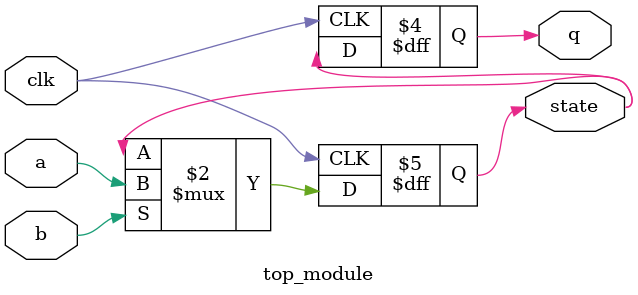
<source format=sv>
module top_module (
    input clk,
    input a,
    input b,
    output reg q,
    output reg state
);

    always @(posedge clk) begin
        if (b) begin
            state <= a;
        end
        q <= state;
    end

endmodule

</source>
